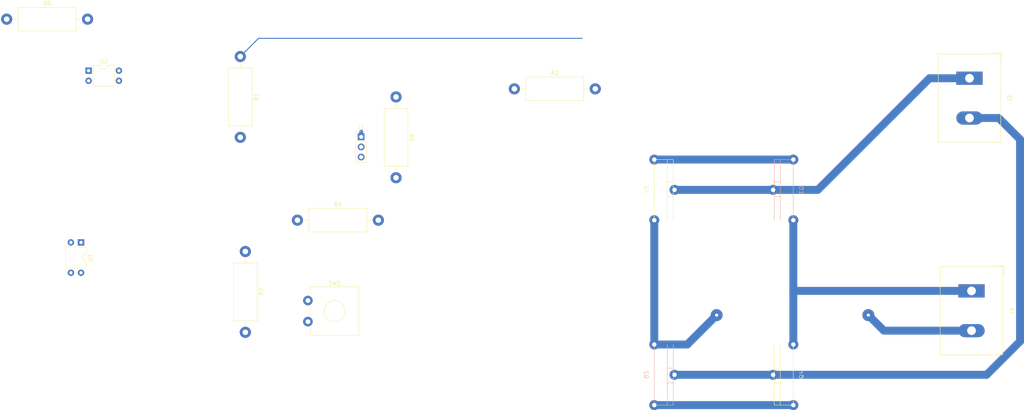
<source format=kicad_pcb>
(kicad_pcb (version 20240108) (generator "pcbnew") (generator_version "8.0")
  (title_block (title "Puente H Power Mosfet") (date "21/08/2024") (rev "1") (company "Danilo Melión"))
  (layers (0 "F.Cu" signal) (31 "B.Cu" signal) (34 "B.Paste" user) (35 "F.Paste" user) (36 "B.SilkS" user "B.Silkscreen") (37 "F.SilkS" user "F.Silkscreen") (38 "B.Mask" user) (39 "F.Mask" user) (44 "Edge.Cuts" user))
  (net 0 "")
  (net 1 "PWM1")
  (net 2 "PWM2")
  (net 3 "GND")
  (net 4 "Net-(J2-Pin_1)")
  (net 5 "Net-(J2-Pin_2)")
  (net 6 "Net-(Q1-G)")
  (net 7 "Net-(Q2-G)")
  (net 8 "Net-(R3-Pad1)")
  (net 9 "Net-(R4-Pad1)")
  (net 10 "+12V")
  (net 11 "+24V")
  (net 12 "Net-(SW2-B)")
  (footprint "Package_DIP:DIP-4_W7.62mm" (layer "F.Cu") (at 45.466 33.528)
    (property "Reference" "U2" (at 3.81 -2.33 0) (layer "F.SilkS"))
    (property "Value" "PC817")
    (fp_line (start 1.16 -1.33) (end 1.16 3.87) (stroke (width 0.12)) (layer "F.SilkS"))
    (fp_line (start 1.16 3.87) (end 6.46 3.87) (stroke (width 0.12)) (layer "F.SilkS"))
    (fp_line (start 2.81 -1.33) (end 1.16 -1.33) (stroke (width 0.12)) (layer "F.SilkS"))
    (fp_line (start 6.46 -1.33) (end 4.81 -1.33) (stroke (width 0.12)) (layer "F.SilkS"))
    (fp_line (start 6.46 3.87) (end 6.46 -1.33) (stroke (width 0.12)) (layer "F.SilkS"))
    (fp_arc (start 4.81 -1.33) (mid 3.81 -0.33) (end 2.81 -1.33) (stroke (width 0.12)) (layer "F.SilkS"))
    (pad "1" thru_hole rect (at 0 0) (size 1.6 1.6) (drill 0.8) (layers "*.Cu" "*.Mask") (net 2 "PWM2"))
    (pad "2" thru_hole oval (at 0 2.54) (size 1.6 1.6) (drill 0.8) (layers "*.Cu" "*.Mask") (net 9 "Net-(R4-Pad1)"))
    (pad "3" thru_hole oval (at 7.62 2.54) (size 1.6 1.6) (drill 0.8) (layers "*.Cu" "*.Mask") (net 3 "GND"))
    (pad "4" thru_hole oval (at 7.62 0) (size 1.6 1.6) (drill 0.8) (layers "*.Cu" "*.Mask") (net 7 "Net-(Q2-G)"))
  )
  (footprint "Resistor_THT:R_Axial_DIN0614_L14.3mm_D5.7mm_P20.32mm_Horizontal" (layer "F.Cu") (at 83.566 29.972 -90)
    (property "Reference" "R1" (at 10.16 -3.97 90) (layer "F.SilkS"))
    (property "Value" "1k")
    (fp_line (start 2.89 2.97) (end 17.43 2.97) (stroke (width 0.12)) (layer "F.SilkS"))
    (fp_line (start 17.43 2.97) (end 17.43 -2.97) (stroke (width 0.12)) (layer "F.SilkS"))
    (fp_line (start 1.64 0) (end 2.89 0) (stroke (width 0.12)) (layer "F.SilkS"))
    (fp_line (start 18.68 0) (end 17.43 0) (stroke (width 0.12)) (layer "F.SilkS"))
    (fp_line (start 2.89 -2.97) (end 2.89 2.97) (stroke (width 0.12)) (layer "F.SilkS"))
    (fp_line (start 17.43 -2.97) (end 2.89 -2.97) (stroke (width 0.12)) (layer "F.SilkS"))
    (pad "1" thru_hole circle (at 0 0 270) (size 2.8 2.8) (drill 1.4) (layers "*.Cu" "*.Mask") (net 10 "+12V"))
    (pad "2" thru_hole oval (at 20.32 0 270) (size 2.8 2.8) (drill 1.4) (layers "*.Cu" "*.Mask") (net 7 "Net-(Q2-G)"))
  )
  (footprint "Package_DIP:DIP-4_W7.62mm" (layer "F.Cu") (at 43.566 76.718 -90)
    (property "Reference" "U1" (at 3.81 -2.33 90) (layer "F.SilkS"))
    (property "Value" "PC817")
    (fp_line (start 1.16 3.87) (end 6.46 3.87) (stroke (width 0.12)) (layer "F.SilkS"))
    (fp_line (start 6.46 3.87) (end 6.46 -1.33) (stroke (width 0.12)) (layer "F.SilkS"))
    (fp_line (start 1.16 -1.33) (end 1.16 3.87) (stroke (width 0.12)) (layer "F.SilkS"))
    (fp_line (start 2.81 -1.33) (end 1.16 -1.33) (stroke (width 0.12)) (layer "F.SilkS"))
    (fp_line (start 6.46 -1.33) (end 4.81 -1.33) (stroke (width 0.12)) (layer "F.SilkS"))
    (fp_arc (start 4.81 -1.33) (mid 3.81 -0.33) (end 2.81 -1.33) (stroke (width 0.12)) (layer "F.SilkS"))
    (pad "1" thru_hole rect (at 0 0 270) (size 1.6 1.6) (drill 0.8) (layers "*.Cu" "*.Mask") (net 1 "PWM1"))
    (pad "2" thru_hole oval (at 0 2.54 270) (size 1.6 1.6) (drill 0.8) (layers "*.Cu" "*.Mask") (net 8 "Net-(R3-Pad1)"))
    (pad "3" thru_hole oval (at 7.62 2.54 270) (size 1.6 1.6) (drill 0.8) (layers "*.Cu" "*.Mask") (net 3 "GND"))
    (pad "4" thru_hole oval (at 7.62 0 270) (size 1.6 1.6) (drill 0.8) (layers "*.Cu" "*.Mask") (net 6 "Net-(Q1-G)"))
  )
  (footprint "custom_footprint:to-220 editado" (layer "F.Cu") (at 185 63.5 -90)
    (property "Reference" "Q1" (at 0 -0.5 -90) (layer "F.SilkS") (effects (font (thickness 0.1))))
    (property "Value" "IRLZ44N")
    (fp_line (start -7.62 -2.54) (end 7.62 -2.54) (stroke (width 0.12)) (layer "F.SilkS"))
    (fp_line (start -7.62 -5.81) (end 7.62 -5.81) (stroke (width 0.12)) (layer "F.SilkS"))
    (fp_line (start -7.62 -7.32) (end -7.62 -2.54) (stroke (width 0.12)) (layer "F.SilkS"))
    (fp_line (start -7.62 -7.32) (end 4.95 -7.32) (stroke (width 0.12)) (layer "F.SilkS"))
    (fp_line (start -2.02 -7.32) (end -2.02 -5.81) (stroke (width 0.12)) (layer "F.SilkS"))
    (fp_line (start 1.681 -7.32) (end 1.681 -5.81) (stroke (width 0.12)) (layer "F.SilkS"))
    (fp_line (start 7.62 -7.32) (end 4.95 -7.32) (stroke (width 0.12)) (layer "F.SilkS"))
    (pad "1" thru_hole circle (at -7.62 -2.54 270) (size 2.5 2.5) (drill 1.1) (layers "*.Cu" "*.Mask") (net 6 "Net-(Q1-G)"))
    (pad "2" thru_hole circle (at 0 -7.62 270) (size 2.5 2.5) (drill 1.1) (layers "*.Cu" "*.Mask") (net 4 "Net-(J2-Pin_1)"))
    (pad "3" thru_hole circle (at 7.62 -2.54 270) (size 2.5 2.5) (drill 1.1) (layers "*.Cu" "*.Mask") (net 3 "GND"))
  )
  (footprint "custom_footprint:to-220 editado" (layer "F.Cu") (at 225 110 90)
    (property "Reference" "Q4" (at 0 -0.5 90) (layer "F.SilkS") (effects (font (thickness 0.1))))
    (property "Value" "IRF4905")
    (fp_line (start 7.62 -7.32) (end 4.95 -7.32) (stroke (width 0.12)) (layer "F.SilkS"))
    (fp_line (start 1.681 -7.32) (end 1.681 -5.81) (stroke (width 0.12)) (layer "F.SilkS"))
    (fp_line (start -2.02 -7.32) (end -2.02 -5.81) (stroke (width 0.12)) (layer "F.SilkS"))
    (fp_line (start -7.62 -7.32) (end 4.95 -7.32) (stroke (width 0.12)) (layer "F.SilkS"))
    (fp_line (start -7.62 -7.32) (end -7.62 -2.54) (stroke (width 0.12)) (layer "F.SilkS"))
    (fp_line (start -7.62 -5.81) (end 7.62 -5.81) (stroke (width 0.12)) (layer "F.SilkS"))
    (fp_line (start -7.62 -2.54) (end 7.62 -2.54) (stroke (width 0.12)) (layer "F.SilkS"))
    (pad "1" thru_hole circle (at -7.62 -2.54 90) (size 2.5 2.5) (drill 1.1) (layers "*.Cu" "*.Mask") (net 7 "Net-(Q2-G)"))
    (pad "2" thru_hole oval (at 0 -7.62 90) (size 2.5 2.5) (drill 1.1) (layers "*.Cu" "*.Mask") (net 5 "Net-(J2-Pin_2)"))
    (pad "3" thru_hole oval (at 7.62 -2.54 90) (size 2.5 2.5) (drill 1.1) (layers "*.Cu" "*.Mask") (net 11 "+24V"))
  )
  (footprint "TerminalBlock_Dinkle:TerminalBlock_Dinkle_DT-55-B01X-02_P10.00mm" (layer "F.Cu") (at 267.208 88.9 -90)
    (property "Reference" "J3" (at 5.08 -10.16 90) (layer "F.SilkS"))
    (property "Value" "Alimentación")
    (fp_line (start -6.1 7.85) (end 16.1 7.85) (stroke (width 0.12)) (layer "F.SilkS"))
    (fp_line (start -6.1 7.85) (end -6.1 -7.85) (stroke (width 0.12)) (layer "F.SilkS"))
    (fp_line (start -6.35 -5.6) (end -6.35 -8.1) (stroke (width 0.12)) (layer "F.SilkS"))
    (fp_line (start -6.1 -7.85) (end 16.1 -7.85) (stroke (width 0.12)) (layer "F.SilkS"))
    (fp_line (start 16.1 -7.85) (end 16.1 7.85) (stroke (width 0.12)) (layer "F.SilkS"))
    (fp_line (start -6.35 -8.1) (end -3.85 -8.1) (stroke (width 0.12)) (layer "F.SilkS"))
    (pad "1" thru_hole rect (at 0 0 270) (size 3.3 6.6) (drill 2.2) (layers "*.Cu" "*.Mask") (net 11 "+24V"))
    (pad "2" thru_hole oval (at 10 0 270) (size 3.3 6.6) (drill 2.2) (layers "*.Cu" "*.Mask") (net 3 "GND"))
  )
  (footprint "Resistor_THT:R_Axial_DIN0614_L14.3mm_D5.7mm_P20.32mm_Horizontal" (layer "F.Cu") (at 152.4 38.1)
    (property "Reference" "R2" (at 10.16 -3.97 0) (layer "F.SilkS"))
    (property "Value" "1k")
    (fp_line (start 1.64 0) (end 2.89 0) (stroke (width 0.12)) (layer "F.SilkS"))
    (fp_line (start 2.89 -2.97) (end 2.89 2.97) (stroke (width 0.12)) (layer "F.SilkS"))
    (fp_line (start 2.89 2.97) (end 17.43 2.97) (stroke (width 0.12)) (layer "F.SilkS"))
    (fp_line (start 17.43 -2.97) (end 2.89 -2.97) (stroke (width 0.12)) (layer "F.SilkS"))
    (fp_line (start 17.43 2.97) (end 17.43 -2.97) (stroke (width 0.12)) (layer "F.SilkS"))
    (fp_line (start 18.68 0) (end 17.43 0) (stroke (width 0.12)) (layer "F.SilkS"))
    (pad "1" thru_hole circle (at 0 0) (size 2.8 2.8) (drill 1.4) (layers "*.Cu" "*.Mask") (net 10 "+12V"))
    (pad "2" thru_hole oval (at 20.32 0) (size 2.8 2.8) (drill 1.4) (layers "*.Cu" "*.Mask") (net 6 "Net-(Q1-G)"))
  )
  (footprint "Resistor_THT:R_Axial_DIN0614_L14.3mm_D5.7mm_P20.32mm_Horizontal" (layer "F.Cu") (at 24.892 20.574)
    (property "Reference" "R5" (at 10.16 -3.97 0) (layer "F.SilkS"))
    (property "Value" "4k7")
    (fp_line (start 1.64 0) (end 2.89 0) (stroke (width 0.12)) (layer "F.SilkS"))
    (fp_line (start 2.89 -2.97) (end 2.89 2.97) (stroke (width 0.12)) (layer "F.SilkS"))
    (fp_line (start 2.89 2.97) (end 17.43 2.97) (stroke (width 0.12)) (layer "F.SilkS"))
    (fp_line (start 17.43 -2.97) (end 2.89 -2.97) (stroke (width 0.12)) (layer "F.SilkS"))
    (fp_line (start 17.43 2.97) (end 17.43 -2.97) (stroke (width 0.12)) (layer "F.SilkS"))
    (fp_line (start 18.68 0) (end 17.43 0) (stroke (width 0.12)) (layer "F.SilkS"))
    (pad "1" thru_hole circle (at 0 0) (size 2.8 2.8) (drill 1.4) (layers "*.Cu" "*.Mask") (net 2 "PWM2"))
    (pad "2" thru_hole oval (at 20.32 0) (size 2.8 2.8) (drill 1.4) (layers "*.Cu" "*.Mask") (net 3 "GND"))
  )
  (footprint "Connector_PinHeader_2.54mm:PinHeader_1x03_P2.54mm_Vertical" (layer "F.Cu") (at 113.919 50.165)
    (property "Reference" "J1" (at 0 -2.33 0) (layer "F.SilkS"))
    (property "Value" "BORNERA X3")
    (fp_line (start -1.33 -1.33) (end 0 -1.33) (stroke (width 0.12)) (layer "F.SilkS"))
    (fp_line (start -1.33 0) (end -1.33 -1.33) (stroke (width 0.12)) (layer "F.SilkS"))
    (fp_line (start -1.33 1.27) (end -1.33 6.41) (stroke (width 0.12)) (layer "F.SilkS"))
    (fp_line (start -1.33 1.27) (end 1.33 1.27) (stroke (width 0.12)) (layer "F.SilkS"))
    (fp_line (start -1.33 6.41) (end 1.33 6.41) (stroke (width 0.12)) (layer "F.SilkS"))
    (fp_line (start 1.33 1.27) (end 1.33 6.41) (stroke (width 0.12)) (layer "F.SilkS"))
    (pad "1" thru_hole rect (at 0 0) (size 1.7 1.7) (drill 1) (layers "*.Cu" "*.Mask") (net 1 "PWM1"))
    (pad "2" thru_hole oval (at 0 2.54) (size 1.7 1.7) (drill 1) (layers "*.Cu" "*.Mask") (net 2 "PWM2"))
    (pad "3" thru_hole oval (at 0 5.08) (size 1.7 1.7) (drill 1) (layers "*.Cu" "*.Mask") (net 3 "GND"))
  )
  (footprint "Button_Switch_THT:SW_CW_GPTS203211B" (layer "F.Cu") (at 100.549 91.33)
    (property "Reference" "SW2" (at 6.7 -4.35 0) (layer "F.SilkS"))
    (property "Value" "SW_Push_Open")
    (fp_line (start 0.6 -3.45) (end 12.8 -3.45) (stroke (width 0.12)) (layer "F.SilkS"))
    (fp_line (start 0.6 -1.46) (end 0.6 -3.45) (stroke (width 0.12)) (layer "F.SilkS"))
    (fp_line (start 0.6 1.46) (end 0.6 3.84) (stroke (width 0.12)) (layer "F.SilkS"))
    (fp_line (start 0.6 8.75) (end 0.6 6.76) (stroke (width 0.12)) (layer "F.SilkS"))
    (fp_line (start 12.8 -3.45) (end 12.8 8.75) (stroke (width 0.12)) (layer "F.SilkS"))
    (fp_line (start 12.8 8.75) (end 0.6 8.75) (stroke (width 0.12)) (layer "F.SilkS"))
    (fp_circle (center 6.7 2.65) (end 9.35 2.65) (stroke (width 0.12)) (fill none) (layer "F.SilkS"))
    (pad "1" thru_hole circle (at 0 0) (size 2.4 2.4) (drill 1.2) (layers "*.Cu" "*.Mask") (net 3 "GND"))
    (pad "2" thru_hole circle (at 0 5.3) (size 2.4 2.4) (drill 1.2) (layers "*.Cu" "*.Mask") (net 12 "Net-(SW2-B)"))
  )
  (footprint "Resistor_THT:R_Axial_DIN0614_L14.3mm_D5.7mm_P20.32mm_Horizontal" (layer "F.Cu") (at 97.917 71.12)
    (property "Reference" "R4" (at 10.16 -3.97 0) (layer "F.SilkS"))
    (property "Value" "100")
    (fp_line (start 1.64 0) (end 2.89 0) (stroke (width 0.12)) (layer "F.SilkS"))
    (fp_line (start 2.89 -2.97) (end 2.89 2.97) (stroke (width 0.12)) (layer "F.SilkS"))
    (fp_line (start 2.89 2.97) (end 17.43 2.97) (stroke (width 0.12)) (layer "F.SilkS"))
    (fp_line (start 17.43 -2.97) (end 2.89 -2.97) (stroke (width 0.12)) (layer "F.SilkS"))
    (fp_line (start 17.43 2.97) (end 17.43 -2.97) (stroke (width 0.12)) (layer "F.SilkS"))
    (fp_line (start 18.68 0) (end 17.43 0) (stroke (width 0.12)) (layer "F.SilkS"))
    (pad "1" thru_hole circle (at 0 0) (size 2.8 2.8) (drill 1.4) (layers "*.Cu" "*.Mask") (net 9 "Net-(R4-Pad1)"))
    (pad "2" thru_hole oval (at 20.32 0) (size 2.8 2.8) (drill 1.4) (layers "*.Cu" "*.Mask") (net 12 "Net-(SW2-B)"))
  )
  (footprint "TerminalBlock_Dinkle:TerminalBlock_Dinkle_DT-55-B01X-02_P10.00mm" (layer "F.Cu") (at 266.7 35.433 -90)
    (property "Reference" "J2" (at 5.08 -10.16 90) (layer "F.SilkS"))
    (property "Value" "MOTOR")
    (fp_line (start -6.1 7.85) (end 16.1 7.85) (stroke (width 0.12)) (layer "F.SilkS"))
    (fp_line (start -6.1 7.85) (end -6.1 -7.85) (stroke (width 0.12)) (layer "F.SilkS"))
    (fp_line (start -6.35 -5.6) (end -6.35 -8.1) (stroke (width 0.12)) (layer "F.SilkS"))
    (fp_line (start -6.1 -7.85) (end 16.1 -7.85) (stroke (width 0.12)) (layer "F.SilkS"))
    (fp_line (start 16.1 -7.85) (end 16.1 7.85) (stroke (width 0.12)) (layer "F.SilkS"))
    (fp_line (start -6.35 -8.1) (end -3.85 -8.1) (stroke (width 0.12)) (layer "F.SilkS"))
    (pad "1" thru_hole rect (at 0 0 270) (size 3.3 6.6) (drill 2.2) (layers "*.Cu" "*.Mask") (net 4 "Net-(J2-Pin_1)"))
    (pad "2" thru_hole oval (at 10 0 270) (size 3.3 6.6) (drill 2.2) (layers "*.Cu" "*.Mask") (net 5 "Net-(J2-Pin_2)"))
  )
  (footprint "Resistor_THT:R_Axial_DIN0614_L14.3mm_D5.7mm_P20.32mm_Horizontal" (layer "F.Cu") (at 84.836 78.994 -90)
    (property "Reference" "R3" (at 10.16 -3.97 90) (layer "F.SilkS"))
    (property "Value" "100")
    (fp_line (start 2.89 2.97) (end 17.43 2.97) (stroke (width 0.12)) (layer "F.SilkS"))
    (fp_line (start 17.43 2.97) (end 17.43 -2.97) (stroke (width 0.12)) (layer "F.SilkS"))
    (fp_line (start 1.64 0) (end 2.89 0) (stroke (width 0.12)) (layer "F.SilkS"))
    (fp_line (start 18.68 0) (end 17.43 0) (stroke (width 0.12)) (layer "F.SilkS"))
    (fp_line (start 2.89 -2.97) (end 2.89 2.97) (stroke (width 0.12)) (layer "F.SilkS"))
    (fp_line (start 17.43 -2.97) (end 2.89 -2.97) (stroke (width 0.12)) (layer "F.SilkS"))
    (pad "1" thru_hole circle (at 0 0 270) (size 2.8 2.8) (drill 1.4) (layers "*.Cu" "*.Mask") (net 8 "Net-(R3-Pad1)"))
    (pad "2" thru_hole oval (at 20.32 0 270) (size 2.8 2.8) (drill 1.4) (layers "*.Cu" "*.Mask") (net 12 "Net-(SW2-B)"))
  )
  (footprint "Resistor_THT:R_Axial_DIN0614_L14.3mm_D5.7mm_P20.32mm_Horizontal" (layer "F.Cu") (at 122.682 40.132 -90)
    (property "Reference" "R6" (at 10.16 -3.97 90) (layer "F.SilkS"))
    (property "Value" "4k7")
    (fp_line (start 2.89 2.97) (end 17.43 2.97) (stroke (width 0.12)) (layer "F.SilkS"))
    (fp_line (start 17.43 2.97) (end 17.43 -2.97) (stroke (width 0.12)) (layer "F.SilkS"))
    (fp_line (start 1.64 0) (end 2.89 0) (stroke (width 0.12)) (layer "F.SilkS"))
    (fp_line (start 18.68 0) (end 17.43 0) (stroke (width 0.12)) (layer "F.SilkS"))
    (fp_line (start 2.89 -2.97) (end 2.89 2.97) (stroke (width 0.12)) (layer "F.SilkS"))
    (fp_line (start 17.43 -2.97) (end 2.89 -2.97) (stroke (width 0.12)) (layer "F.SilkS"))
    (pad "1" thru_hole circle (at 0 0 270) (size 2.8 2.8) (drill 1.4) (layers "*.Cu" "*.Mask") (net 1 "PWM1"))
    (pad "2" thru_hole oval (at 20.32 0 270) (size 2.8 2.8) (drill 1.4) (layers "*.Cu" "*.Mask") (net 3 "GND"))
  )
  (footprint "custom_footprint:to-220 editado" (layer "B.Cu") (at 225 63.5 -90)
    (property "Reference" "Q3" (at 0 0.5 90) (layer "B.SilkS") (effects (font (thickness 0.1)) (justify mirror)))
    (property "Value" "IRF4905")
    (fp_line (start 4.95 7.32) (end -7.62 7.32) (stroke (width 0.12)) (layer "B.SilkS"))
    (fp_line (start 4.95 7.32) (end 7.62 7.32) (stroke (width 0.12)) (layer "B.SilkS"))
    (fp_line (start -2.02 5.81) (end -2.02 7.32) (stroke (width 0.12)) (layer "B.SilkS"))
    (fp_line (start 1.681 5.81) (end 1.681 7.32) (stroke (width 0.12)) (layer "B.SilkS"))
    (fp_line (start 7.62 5.81) (end -7.62 5.81) (stroke (width 0.12)) (layer "B.SilkS"))
    (fp_line (start -7.62 2.54) (end -7.62 7.32) (stroke (width 0.12)) (layer "B.SilkS"))
    (fp_line (start 7.62 2.54) (end -7.62 2.54) (stroke (width 0.12)) (layer "B.SilkS"))
    (pad "1" thru_hole circle (at -7.62 2.54 270) (size 2.5 2.5) (drill 1.1) (layers "*.Cu" "*.Mask") (net 6 "Net-(Q1-G)"))
    (pad "2" thru_hole circle (at 0 7.62 270) (size 2.5 2.5) (drill 1.1) (layers "*.Cu" "*.Mask") (net 4 "Net-(J2-Pin_1)"))
    (pad "3" thru_hole circle (at 7.62 2.54 270) (size 2.5 2.5) (drill 1.1) (layers "*.Cu" "*.Mask") (net 11 "+24V"))
  )
  (footprint "custom_footprint:to-220 editado" (layer "B.Cu") (at 185 110 90)
    (property "Reference" "Q2" (at 0 0.5 -90) (layer "B.SilkS") (effects (font (thickness 0.1)) (justify mirror)))
    (property "Value" "IRLZ44N")
    (fp_line (start 7.62 2.54) (end -7.62 2.54) (stroke (width 0.12)) (layer "B.SilkS"))
    (fp_line (start -7.62 2.54) (end -7.62 7.32) (stroke (width 0.12)) (layer "B.SilkS"))
    (fp_line (start 7.62 5.81) (end -7.62 5.81) (stroke (width 0.12)) (layer "B.SilkS"))
    (fp_line (start 1.681 5.81) (end 1.681 7.32) (stroke (width 0.12)) (layer "B.SilkS"))
    (fp_line (start -2.02 5.81) (end -2.02 7.32) (stroke (width 0.12)) (layer "B.SilkS"))
    (fp_line (start 4.95 7.32) (end 7.62 7.32) (stroke (width 0.12)) (layer "B.SilkS"))
    (fp_line (start 4.95 7.32) (end -7.62 7.32) (stroke (width 0.12)) (layer "B.SilkS"))
    (pad "1" thru_hole circle (at -7.62 2.54 90) (size 2.5 2.5) (drill 1.1) (layers "*.Cu" "*.Mask") (net 7 "Net-(Q2-G)"))
    (pad "2" thru_hole oval (at 0 7.62 90) (size 2.5 2.5) (drill 1.1) (layers "*.Cu" "*.Mask") (net 5 "Net-(J2-Pin_2)"))
    (pad "3" thru_hole oval (at 7.62 2.54 90) (size 2.5 2.5) (drill 1.1) (layers "*.Cu" "*.Mask") (net 3 "GND"))
  )
  (segment (start 113.919 50.165) (end 113.919 48.895) (width 1) (layer "B.Cu") (net 1))
  (via (at 203.2 95) (size 3) (drill 0.8) (layers "F.Cu" "B.Cu") (net 3))
  (via (at 241.3 95) (size 3) (drill 0.8) (layers "F.Cu" "B.Cu") (net 3))
  (segment (start 195.82 102.38) (end 203.2 95) (width 2) (layer "B.Cu") (net 3))
  (segment (start 187.54 102.38) (end 195.82 102.38) (width 2) (layer "B.Cu") (net 3))
  (segment (start 267.208 98.9) (end 245.2 98.9) (width 2) (layer "B.Cu") (net 3))
  (segment (start 187.54 71.12) (end 187.54 102.38) (width 2) (layer "B.Cu") (net 3))
  (segment (start 245.2 98.9) (end 241.3 95) (width 2) (layer "B.Cu") (net 3))
  (segment (start 228.6 63.5) (end 215.9 63.5) (width 2) (layer "B.Cu") (net 4))
  (segment (start 256.667 35.433) (end 228.6 63.5) (width 2) (layer "B.Cu") (net 4))
  (segment (start 215.9 63.5) (end 193.04 63.5) (width 2) (layer "B.Cu") (net 4))
  (segment (start 266.7 35.433) (end 256.667 35.433) (width 2) (layer "B.Cu") (net 4))
  (segment (start 271 110) (end 279.4 101.6) (width 2) (layer "B.Cu") (net 5))
  (segment (start 192.62 110) (end 217.38 110) (width 2) (layer "B.Cu") (net 5))
  (segment (start 217.38 110) (end 271 110) (width 2) (layer "B.Cu") (net 5))
  (segment (start 274.033 45.433) (end 266.7 45.433) (width 2) (layer "B.Cu") (net 5))
  (segment (start 279.4 101.6) (end 279.4 50.8) (width 2) (layer "B.Cu") (net 5))
  (segment (start 279.4 50.8) (end 274.033 45.433) (width 2) (layer "B.Cu") (net 5))
  (segment (start 222.46 55.88) (end 187.54 55.88) (width 2) (layer "B.Cu") (net 6))
  (segment (start 222.46 117.62) (end 187.54 117.62) (width 2) (layer "B.Cu") (net 7))
  (segment (start 169.418 25.4) (end 88.138 25.4) (width 0.25) (layer "B.Cu") (net 10))
  (segment (start 88.138 25.4) (end 83.566 29.972) (width 0.25) (layer "B.Cu") (net 10))
  (segment (start 267.208 88.9) (end 222.46 88.9) (width 2) (layer "B.Cu") (net 11))
  (segment (start 222.46 88.9) (end 222.46 102.38) (width 2) (layer "B.Cu") (net 11))
  (segment (start 222.46 71.12) (end 222.46 88.9) (width 2) (layer "B.Cu") (net 11))
)
</source>
